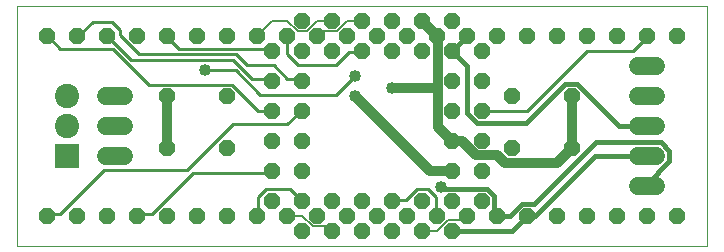
<source format=gbl>
G75*
%MOIN*%
%OFA0B0*%
%FSLAX25Y25*%
%IPPOS*%
%LPD*%
%AMOC8*
5,1,8,0,0,1.08239X$1,22.5*
%
%ADD10C,0.00000*%
%ADD11R,0.08100X0.08100*%
%ADD12C,0.08100*%
%ADD13OC8,0.05200*%
%ADD14C,0.06000*%
%ADD15C,0.04000*%
%ADD16C,0.03200*%
%ADD17C,0.01000*%
%ADD18C,0.00600*%
%ADD19C,0.01600*%
D10*
X0001000Y0001301D02*
X0001000Y0081261D01*
X0230999Y0081260D01*
X0230999Y0001300D01*
X0001000Y0001301D01*
D11*
X0017499Y0031300D03*
D12*
X0017499Y0041300D03*
X0017499Y0051300D03*
D13*
X0050999Y0051300D03*
X0070999Y0051300D03*
X0085999Y0046300D03*
X0095999Y0046300D03*
X0095999Y0056300D03*
X0085999Y0056300D03*
X0085999Y0066300D03*
X0095999Y0066300D03*
X0105999Y0066300D03*
X0115999Y0066300D03*
X0125999Y0066300D03*
X0135999Y0066300D03*
X0145999Y0066300D03*
X0155999Y0066300D03*
X0150999Y0071300D03*
X0160999Y0071300D03*
X0170999Y0071300D03*
X0180999Y0071300D03*
X0190999Y0071300D03*
X0200999Y0071300D03*
X0210999Y0071300D03*
X0220999Y0071300D03*
X0185999Y0051300D03*
X0165999Y0051300D03*
X0155999Y0046300D03*
X0145999Y0046300D03*
X0145999Y0056300D03*
X0155999Y0056300D03*
X0140999Y0071300D03*
X0130999Y0071300D03*
X0120999Y0071300D03*
X0110999Y0071300D03*
X0100999Y0071300D03*
X0090999Y0071300D03*
X0080999Y0071300D03*
X0070999Y0071300D03*
X0060999Y0071300D03*
X0050999Y0071300D03*
X0040999Y0071300D03*
X0030999Y0071300D03*
X0020999Y0071300D03*
X0010999Y0071300D03*
X0095999Y0076300D03*
X0105999Y0076300D03*
X0115999Y0076300D03*
X0125999Y0076300D03*
X0135999Y0076300D03*
X0145999Y0076300D03*
X0145999Y0036300D03*
X0155999Y0036300D03*
X0165999Y0033800D03*
X0155999Y0026300D03*
X0145999Y0026300D03*
X0145999Y0016300D03*
X0135999Y0016300D03*
X0125999Y0016300D03*
X0115999Y0016300D03*
X0105999Y0016300D03*
X0095999Y0016300D03*
X0085999Y0016300D03*
X0080999Y0011300D03*
X0070999Y0011300D03*
X0060999Y0011300D03*
X0050999Y0011300D03*
X0040999Y0011300D03*
X0030999Y0011300D03*
X0020999Y0011300D03*
X0010999Y0011300D03*
X0050999Y0033800D03*
X0070999Y0033800D03*
X0085999Y0036300D03*
X0095999Y0036300D03*
X0095999Y0026300D03*
X0085999Y0026300D03*
X0090999Y0011300D03*
X0100999Y0011300D03*
X0110999Y0011300D03*
X0120999Y0011300D03*
X0130999Y0011300D03*
X0140999Y0011300D03*
X0150999Y0011300D03*
X0160999Y0011300D03*
X0170999Y0011300D03*
X0180999Y0011300D03*
X0190999Y0011300D03*
X0200999Y0011300D03*
X0210999Y0011300D03*
X0220999Y0011300D03*
X0185999Y0033800D03*
X0155999Y0016300D03*
X0145999Y0006300D03*
X0135999Y0006300D03*
X0125999Y0006300D03*
X0115999Y0006300D03*
X0105999Y0006300D03*
X0095999Y0006300D03*
D14*
X0036499Y0031300D02*
X0030499Y0031300D01*
X0030499Y0041300D02*
X0036499Y0041300D01*
X0036499Y0051300D02*
X0030499Y0051300D01*
X0207999Y0051300D02*
X0213999Y0051300D01*
X0213999Y0041300D02*
X0207999Y0041300D01*
X0207999Y0031300D02*
X0213999Y0031300D01*
X0213999Y0021300D02*
X0207999Y0021300D01*
X0207999Y0061300D02*
X0213999Y0061300D01*
D15*
X0125999Y0053800D03*
X0113499Y0051300D03*
X0113499Y0058000D03*
X0063699Y0059800D03*
X0142299Y0021100D03*
D16*
X0145999Y0026300D02*
X0138499Y0026300D01*
X0113499Y0051300D01*
X0125999Y0053800D02*
X0141199Y0053800D01*
X0141199Y0041100D01*
X0145999Y0036300D01*
X0149211Y0036300D01*
X0154011Y0031500D01*
X0160799Y0031500D01*
X0163499Y0028800D01*
X0180999Y0028800D01*
X0185999Y0033800D01*
X0185999Y0051300D01*
X0141199Y0053800D02*
X0141199Y0071100D01*
X0140999Y0071300D01*
X0136639Y0075661D01*
X0050999Y0051300D02*
X0050999Y0033800D01*
D17*
X0057699Y0026500D02*
X0072999Y0041800D01*
X0090999Y0041800D01*
X0095499Y0046300D01*
X0095999Y0046300D01*
X0085999Y0046300D02*
X0081232Y0046300D01*
X0072532Y0055000D01*
X0044936Y0055000D01*
X0032936Y0067000D01*
X0025999Y0067000D01*
X0027099Y0067000D01*
X0025999Y0067000D02*
X0015399Y0067000D01*
X0011799Y0070600D01*
X0010999Y0071300D01*
X0020999Y0071300D02*
X0021699Y0071500D01*
X0026199Y0076000D01*
X0032499Y0076000D01*
X0035199Y0073300D01*
X0035199Y0071500D01*
X0041499Y0065200D01*
X0073899Y0065200D01*
X0077499Y0061600D01*
X0086499Y0061600D01*
X0090999Y0057100D01*
X0095499Y0057100D01*
X0095999Y0056300D01*
X0085999Y0056300D02*
X0085599Y0057100D01*
X0079299Y0057100D01*
X0072999Y0063400D01*
X0038799Y0063400D01*
X0031599Y0070600D01*
X0030999Y0071300D01*
X0050999Y0071300D02*
X0051399Y0070600D01*
X0054999Y0067000D01*
X0085599Y0067000D01*
X0085999Y0066300D01*
X0090999Y0065200D02*
X0090999Y0071300D01*
X0090999Y0065200D02*
X0094599Y0061600D01*
X0107199Y0061600D01*
X0111699Y0066100D01*
X0115299Y0066100D01*
X0115999Y0066300D01*
X0113499Y0058000D02*
X0107199Y0051700D01*
X0081999Y0051700D01*
X0073899Y0059800D01*
X0063699Y0059800D01*
X0057699Y0026500D02*
X0029799Y0026500D01*
X0015399Y0012100D01*
X0011799Y0012100D01*
X0010999Y0011300D01*
X0040999Y0011300D02*
X0041499Y0012100D01*
X0045999Y0012100D01*
X0059499Y0025600D01*
X0085599Y0025600D01*
X0085999Y0026300D01*
X0083799Y0020200D02*
X0091899Y0020200D01*
X0095499Y0016600D01*
X0095999Y0016300D01*
X0083799Y0020200D02*
X0081099Y0017500D01*
X0081099Y0012100D01*
X0080999Y0011300D01*
X0125999Y0016300D02*
X0126099Y0016600D01*
X0130599Y0016600D01*
X0134199Y0020200D01*
X0137799Y0020200D01*
X0140499Y0017500D01*
X0140499Y0012100D01*
X0140999Y0011300D01*
X0155999Y0046300D02*
X0170999Y0046300D01*
X0190999Y0066300D01*
X0206399Y0066300D01*
X0210699Y0070600D01*
X0210999Y0071300D01*
D18*
X0115999Y0076300D02*
X0110949Y0076300D01*
X0107449Y0072800D01*
X0102499Y0072800D01*
X0100999Y0071300D01*
X0097449Y0072800D02*
X0100949Y0076300D01*
X0105999Y0076300D01*
X0097449Y0072800D02*
X0094549Y0072800D01*
X0091049Y0076300D01*
X0085999Y0076300D01*
X0080999Y0071300D01*
X0090999Y0011300D02*
X0096049Y0011300D01*
X0099549Y0007800D01*
X0104499Y0007800D01*
X0105999Y0006300D01*
X0135999Y0006300D02*
X0141049Y0006300D01*
X0144549Y0009800D01*
X0149499Y0009800D01*
X0150999Y0011300D01*
D19*
X0159999Y0012300D02*
X0159999Y0017957D01*
X0157656Y0020300D01*
X0143099Y0020300D01*
X0142299Y0021100D01*
X0159999Y0012300D02*
X0160999Y0011300D01*
X0165342Y0011300D01*
X0169342Y0015300D01*
X0173399Y0015300D01*
X0193949Y0035850D01*
X0215672Y0035850D01*
X0218399Y0033123D01*
X0218399Y0029477D01*
X0210999Y0022077D01*
X0210999Y0021300D01*
X0210999Y0031300D02*
X0193499Y0031300D01*
X0173499Y0011300D01*
X0170999Y0011300D01*
X0165999Y0006300D01*
X0145999Y0006300D01*
X0187656Y0055300D02*
X0201656Y0041300D01*
X0210999Y0041300D01*
X0187656Y0055300D02*
X0183699Y0055300D01*
X0170699Y0042300D01*
X0154342Y0042300D01*
X0150999Y0045643D01*
X0150999Y0061300D01*
X0145999Y0066300D01*
X0150999Y0071300D01*
M02*

</source>
